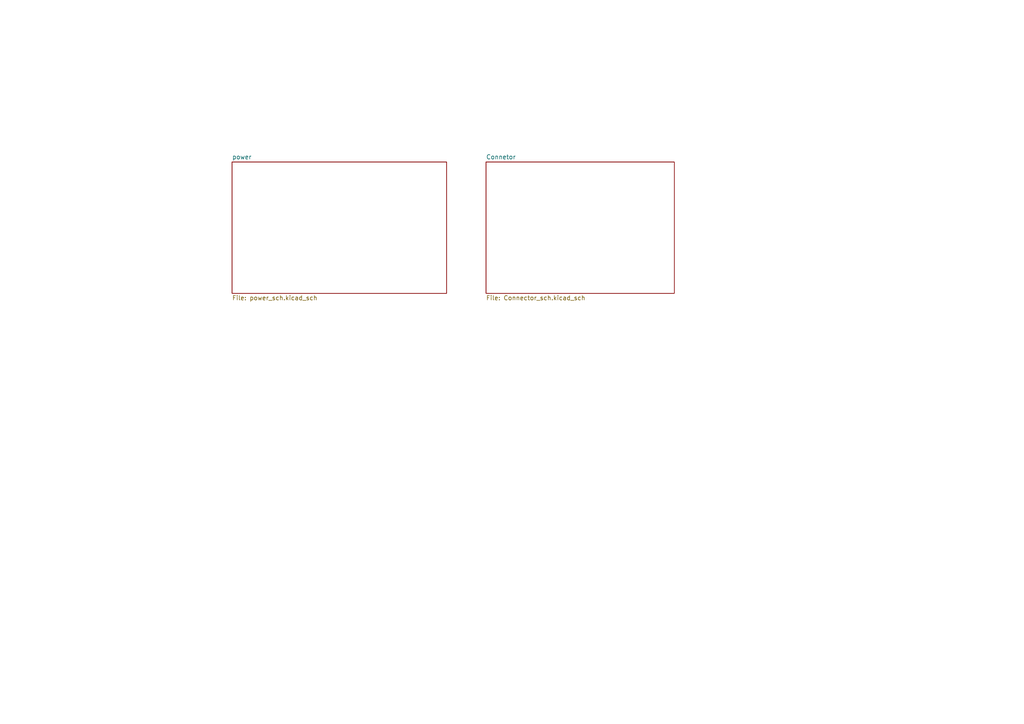
<source format=kicad_sch>
(kicad_sch
	(version 20231120)
	(generator "eeschema")
	(generator_version "8.0")
	(uuid "cb065ac3-641e-4de8-b77c-3afca45e38a8")
	(paper "A4")
	(title_block
		(title "PDB1.2")
		(date "2024-09-04")
		(rev "V1.2")
	)
	(lib_symbols)
	(sheet
		(at 67.31 46.99)
		(size 62.23 38.1)
		(fields_autoplaced yes)
		(stroke
			(width 0.1524)
			(type solid)
		)
		(fill
			(color 0 0 0 0.0000)
		)
		(uuid "28f3180c-e954-4802-8c6e-91d097f1dc26")
		(property "Sheetname" "power"
			(at 67.31 46.2784 0)
			(effects
				(font
					(size 1.27 1.27)
				)
				(justify left bottom)
			)
		)
		(property "Sheetfile" "power_sch.kicad_sch"
			(at 67.31 85.6746 0)
			(effects
				(font
					(size 1.27 1.27)
				)
				(justify left top)
			)
		)
		(instances
			(project "PDB1.2"
				(path "/cb065ac3-641e-4de8-b77c-3afca45e38a8"
					(page "2")
				)
			)
		)
	)
	(sheet
		(at 140.97 46.99)
		(size 54.61 38.1)
		(fields_autoplaced yes)
		(stroke
			(width 0.1524)
			(type solid)
		)
		(fill
			(color 0 0 0 0.0000)
		)
		(uuid "ff222cd9-dbd8-4181-a3e1-e9795cded5e3")
		(property "Sheetname" "Connetor"
			(at 140.97 46.2784 0)
			(effects
				(font
					(size 1.27 1.27)
				)
				(justify left bottom)
			)
		)
		(property "Sheetfile" "Connector_sch.kicad_sch"
			(at 140.97 85.6746 0)
			(effects
				(font
					(size 1.27 1.27)
				)
				(justify left top)
			)
		)
		(instances
			(project "PDB1.2"
				(path "/cb065ac3-641e-4de8-b77c-3afca45e38a8"
					(page "3")
				)
			)
		)
	)
	(sheet_instances
		(path "/"
			(page "1")
		)
	)
)

</source>
